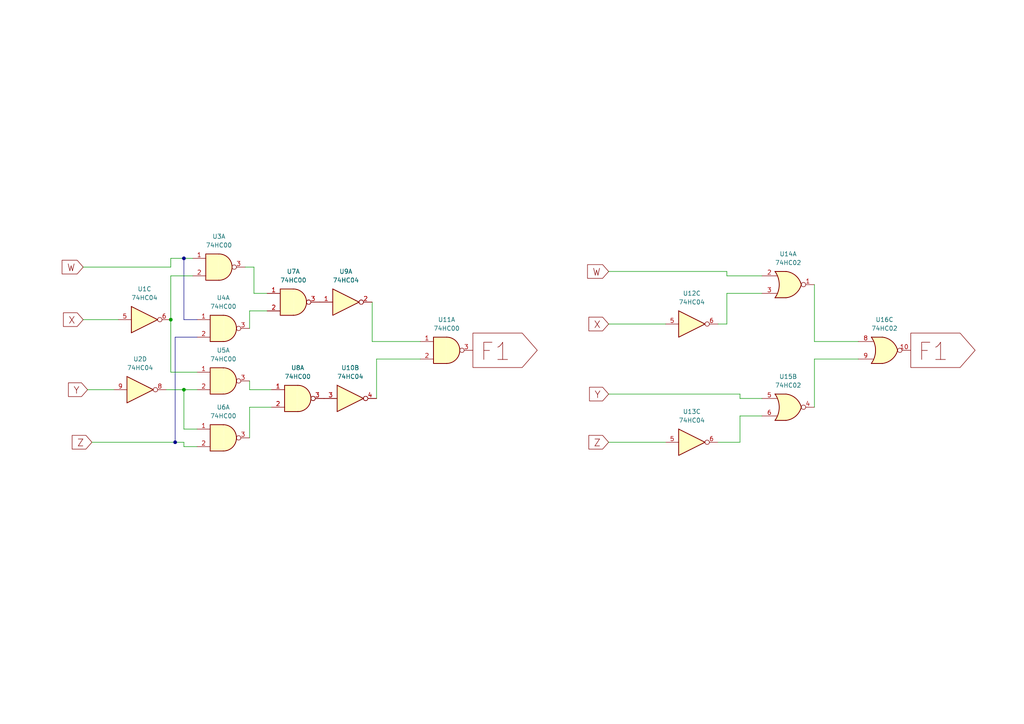
<source format=kicad_sch>
(kicad_sch (version 20211123) (generator eeschema)

  (uuid 177ccae7-09da-4be1-93fc-0d7e2fb3f386)

  (paper "A4")

  (lib_symbols
    (symbol "74xx:74HC00" (pin_names (offset 1.016)) (in_bom yes) (on_board yes)
      (property "Reference" "U" (id 0) (at 0 1.27 0)
        (effects (font (size 1.27 1.27)))
      )
      (property "Value" "74HC00" (id 1) (at 0 -1.27 0)
        (effects (font (size 1.27 1.27)))
      )
      (property "Footprint" "" (id 2) (at 0 0 0)
        (effects (font (size 1.27 1.27)) hide)
      )
      (property "Datasheet" "http://www.ti.com/lit/gpn/sn74hc00" (id 3) (at 0 0 0)
        (effects (font (size 1.27 1.27)) hide)
      )
      (property "ki_locked" "" (id 4) (at 0 0 0)
        (effects (font (size 1.27 1.27)))
      )
      (property "ki_keywords" "HCMOS nand 2-input" (id 5) (at 0 0 0)
        (effects (font (size 1.27 1.27)) hide)
      )
      (property "ki_description" "quad 2-input NAND gate" (id 6) (at 0 0 0)
        (effects (font (size 1.27 1.27)) hide)
      )
      (property "ki_fp_filters" "DIP*W7.62mm* SO14*" (id 7) (at 0 0 0)
        (effects (font (size 1.27 1.27)) hide)
      )
      (symbol "74HC00_1_1"
        (arc (start 0 -3.81) (mid 3.81 0) (end 0 3.81)
          (stroke (width 0.254) (type default) (color 0 0 0 0))
          (fill (type background))
        )
        (polyline
          (pts
            (xy 0 3.81)
            (xy -3.81 3.81)
            (xy -3.81 -3.81)
            (xy 0 -3.81)
          )
          (stroke (width 0.254) (type default) (color 0 0 0 0))
          (fill (type background))
        )
        (pin input line (at -7.62 2.54 0) (length 3.81)
          (name "~" (effects (font (size 1.27 1.27))))
          (number "1" (effects (font (size 1.27 1.27))))
        )
        (pin input line (at -7.62 -2.54 0) (length 3.81)
          (name "~" (effects (font (size 1.27 1.27))))
          (number "2" (effects (font (size 1.27 1.27))))
        )
        (pin output inverted (at 7.62 0 180) (length 3.81)
          (name "~" (effects (font (size 1.27 1.27))))
          (number "3" (effects (font (size 1.27 1.27))))
        )
      )
      (symbol "74HC00_1_2"
        (arc (start -3.81 -3.81) (mid -2.589 0) (end -3.81 3.81)
          (stroke (width 0.254) (type default) (color 0 0 0 0))
          (fill (type none))
        )
        (arc (start -0.6096 -3.81) (mid 2.1842 -2.5851) (end 3.81 0)
          (stroke (width 0.254) (type default) (color 0 0 0 0))
          (fill (type background))
        )
        (polyline
          (pts
            (xy -3.81 -3.81)
            (xy -0.635 -3.81)
          )
          (stroke (width 0.254) (type default) (color 0 0 0 0))
          (fill (type background))
        )
        (polyline
          (pts
            (xy -3.81 3.81)
            (xy -0.635 3.81)
          )
          (stroke (width 0.254) (type default) (color 0 0 0 0))
          (fill (type background))
        )
        (polyline
          (pts
            (xy -0.635 3.81)
            (xy -3.81 3.81)
            (xy -3.81 3.81)
            (xy -3.556 3.4036)
            (xy -3.0226 2.2606)
            (xy -2.6924 1.0414)
            (xy -2.6162 -0.254)
            (xy -2.7686 -1.4986)
            (xy -3.175 -2.7178)
            (xy -3.81 -3.81)
            (xy -3.81 -3.81)
            (xy -0.635 -3.81)
          )
          (stroke (width -25.4) (type default) (color 0 0 0 0))
          (fill (type background))
        )
        (arc (start 3.81 0) (mid 2.1915 2.5936) (end -0.6096 3.81)
          (stroke (width 0.254) (type default) (color 0 0 0 0))
          (fill (type background))
        )
        (pin input inverted (at -7.62 2.54 0) (length 4.318)
          (name "~" (effects (font (size 1.27 1.27))))
          (number "1" (effects (font (size 1.27 1.27))))
        )
        (pin input inverted (at -7.62 -2.54 0) (length 4.318)
          (name "~" (effects (font (size 1.27 1.27))))
          (number "2" (effects (font (size 1.27 1.27))))
        )
        (pin output line (at 7.62 0 180) (length 3.81)
          (name "~" (effects (font (size 1.27 1.27))))
          (number "3" (effects (font (size 1.27 1.27))))
        )
      )
      (symbol "74HC00_2_1"
        (arc (start 0 -3.81) (mid 3.81 0) (end 0 3.81)
          (stroke (width 0.254) (type default) (color 0 0 0 0))
          (fill (type background))
        )
        (polyline
          (pts
            (xy 0 3.81)
            (xy -3.81 3.81)
            (xy -3.81 -3.81)
            (xy 0 -3.81)
          )
          (stroke (width 0.254) (type default) (color 0 0 0 0))
          (fill (type background))
        )
        (pin input line (at -7.62 2.54 0) (length 3.81)
          (name "~" (effects (font (size 1.27 1.27))))
          (number "4" (effects (font (size 1.27 1.27))))
        )
        (pin input line (at -7.62 -2.54 0) (length 3.81)
          (name "~" (effects (font (size 1.27 1.27))))
          (number "5" (effects (font (size 1.27 1.27))))
        )
        (pin output inverted (at 7.62 0 180) (length 3.81)
          (name "~" (effects (font (size 1.27 1.27))))
          (number "6" (effects (font (size 1.27 1.27))))
        )
      )
      (symbol "74HC00_2_2"
        (arc (start -3.81 -3.81) (mid -2.589 0) (end -3.81 3.81)
          (stroke (width 0.254) (type default) (color 0 0 0 0))
          (fill (type none))
        )
        (arc (start -0.6096 -3.81) (mid 2.1842 -2.5851) (end 3.81 0)
          (stroke (width 0.254) (type default) (color 0 0 0 0))
          (fill (type background))
        )
        (polyline
          (pts
            (xy -3.81 -3.81)
            (xy -0.635 -3.81)
          )
          (stroke (width 0.254) (type default) (color 0 0 0 0))
          (fill (type background))
        )
        (polyline
          (pts
            (xy -3.81 3.81)
            (xy -0.635 3.81)
          )
          (stroke (width 0.254) (type default) (color 0 0 0 0))
          (fill (type background))
        )
        (polyline
          (pts
            (xy -0.635 3.81)
            (xy -3.81 3.81)
            (xy -3.81 3.81)
            (xy -3.556 3.4036)
            (xy -3.0226 2.2606)
            (xy -2.6924 1.0414)
            (xy -2.6162 -0.254)
            (xy -2.7686 -1.4986)
            (xy -3.175 -2.7178)
            (xy -3.81 -3.81)
            (xy -3.81 -3.81)
            (xy -0.635 -3.81)
          )
          (stroke (width -25.4) (type default) (color 0 0 0 0))
          (fill (type background))
        )
        (arc (start 3.81 0) (mid 2.1915 2.5936) (end -0.6096 3.81)
          (stroke (width 0.254) (type default) (color 0 0 0 0))
          (fill (type background))
        )
        (pin input inverted (at -7.62 2.54 0) (length 4.318)
          (name "~" (effects (font (size 1.27 1.27))))
          (number "4" (effects (font (size 1.27 1.27))))
        )
        (pin input inverted (at -7.62 -2.54 0) (length 4.318)
          (name "~" (effects (font (size 1.27 1.27))))
          (number "5" (effects (font (size 1.27 1.27))))
        )
        (pin output line (at 7.62 0 180) (length 3.81)
          (name "~" (effects (font (size 1.27 1.27))))
          (number "6" (effects (font (size 1.27 1.27))))
        )
      )
      (symbol "74HC00_3_1"
        (arc (start 0 -3.81) (mid 3.81 0) (end 0 3.81)
          (stroke (width 0.254) (type default) (color 0 0 0 0))
          (fill (type background))
        )
        (polyline
          (pts
            (xy 0 3.81)
            (xy -3.81 3.81)
            (xy -3.81 -3.81)
            (xy 0 -3.81)
          )
          (stroke (width 0.254) (type default) (color 0 0 0 0))
          (fill (type background))
        )
        (pin input line (at -7.62 -2.54 0) (length 3.81)
          (name "~" (effects (font (size 1.27 1.27))))
          (number "10" (effects (font (size 1.27 1.27))))
        )
        (pin output inverted (at 7.62 0 180) (length 3.81)
          (name "~" (effects (font (size 1.27 1.27))))
          (number "8" (effects (font (size 1.27 1.27))))
        )
        (pin input line (at -7.62 2.54 0) (length 3.81)
          (name "~" (effects (font (size 1.27 1.27))))
          (number "9" (effects (font (size 1.27 1.27))))
        )
      )
      (symbol "74HC00_3_2"
        (arc (start -3.81 -3.81) (mid -2.589 0) (end -3.81 3.81)
          (stroke (width 0.254) (type default) (color 0 0 0 0))
          (fill (type none))
        )
        (arc (start -0.6096 -3.81) (mid 2.1842 -2.5851) (end 3.81 0)
          (stroke (width 0.254) (type default) (color 0 0 0 0))
          (fill (type background))
        )
        (polyline
          (pts
            (xy -3.81 -3.81)
            (xy -0.635 -3.81)
          )
          (stroke (width 0.254) (type default) (color 0 0 0 0))
          (fill (type background))
        )
        (polyline
          (pts
            (xy -3.81 3.81)
            (xy -0.635 3.81)
          )
          (stroke (width 0.254) (type default) (color 0 0 0 0))
          (fill (type background))
        )
        (polyline
          (pts
            (xy -0.635 3.81)
            (xy -3.81 3.81)
            (xy -3.81 3.81)
            (xy -3.556 3.4036)
            (xy -3.0226 2.2606)
            (xy -2.6924 1.0414)
            (xy -2.6162 -0.254)
            (xy -2.7686 -1.4986)
            (xy -3.175 -2.7178)
            (xy -3.81 -3.81)
            (xy -3.81 -3.81)
            (xy -0.635 -3.81)
          )
          (stroke (width -25.4) (type default) (color 0 0 0 0))
          (fill (type background))
        )
        (arc (start 3.81 0) (mid 2.1915 2.5936) (end -0.6096 3.81)
          (stroke (width 0.254) (type default) (color 0 0 0 0))
          (fill (type background))
        )
        (pin input inverted (at -7.62 -2.54 0) (length 4.318)
          (name "~" (effects (font (size 1.27 1.27))))
          (number "10" (effects (font (size 1.27 1.27))))
        )
        (pin output line (at 7.62 0 180) (length 3.81)
          (name "~" (effects (font (size 1.27 1.27))))
          (number "8" (effects (font (size 1.27 1.27))))
        )
        (pin input inverted (at -7.62 2.54 0) (length 4.318)
          (name "~" (effects (font (size 1.27 1.27))))
          (number "9" (effects (font (size 1.27 1.27))))
        )
      )
      (symbol "74HC00_4_1"
        (arc (start 0 -3.81) (mid 3.81 0) (end 0 3.81)
          (stroke (width 0.254) (type default) (color 0 0 0 0))
          (fill (type background))
        )
        (polyline
          (pts
            (xy 0 3.81)
            (xy -3.81 3.81)
            (xy -3.81 -3.81)
            (xy 0 -3.81)
          )
          (stroke (width 0.254) (type default) (color 0 0 0 0))
          (fill (type background))
        )
        (pin output inverted (at 7.62 0 180) (length 3.81)
          (name "~" (effects (font (size 1.27 1.27))))
          (number "11" (effects (font (size 1.27 1.27))))
        )
        (pin input line (at -7.62 2.54 0) (length 3.81)
          (name "~" (effects (font (size 1.27 1.27))))
          (number "12" (effects (font (size 1.27 1.27))))
        )
        (pin input line (at -7.62 -2.54 0) (length 3.81)
          (name "~" (effects (font (size 1.27 1.27))))
          (number "13" (effects (font (size 1.27 1.27))))
        )
      )
      (symbol "74HC00_4_2"
        (arc (start -3.81 -3.81) (mid -2.589 0) (end -3.81 3.81)
          (stroke (width 0.254) (type default) (color 0 0 0 0))
          (fill (type none))
        )
        (arc (start -0.6096 -3.81) (mid 2.1842 -2.5851) (end 3.81 0)
          (stroke (width 0.254) (type default) (color 0 0 0 0))
          (fill (type background))
        )
        (polyline
          (pts
            (xy -3.81 -3.81)
            (xy -0.635 -3.81)
          )
          (stroke (width 0.254) (type default) (color 0 0 0 0))
          (fill (type background))
        )
        (polyline
          (pts
            (xy -3.81 3.81)
            (xy -0.635 3.81)
          )
          (stroke (width 0.254) (type default) (color 0 0 0 0))
          (fill (type background))
        )
        (polyline
          (pts
            (xy -0.635 3.81)
            (xy -3.81 3.81)
            (xy -3.81 3.81)
            (xy -3.556 3.4036)
            (xy -3.0226 2.2606)
            (xy -2.6924 1.0414)
            (xy -2.6162 -0.254)
            (xy -2.7686 -1.4986)
            (xy -3.175 -2.7178)
            (xy -3.81 -3.81)
            (xy -3.81 -3.81)
            (xy -0.635 -3.81)
          )
          (stroke (width -25.4) (type default) (color 0 0 0 0))
          (fill (type background))
        )
        (arc (start 3.81 0) (mid 2.1915 2.5936) (end -0.6096 3.81)
          (stroke (width 0.254) (type default) (color 0 0 0 0))
          (fill (type background))
        )
        (pin output line (at 7.62 0 180) (length 3.81)
          (name "~" (effects (font (size 1.27 1.27))))
          (number "11" (effects (font (size 1.27 1.27))))
        )
        (pin input inverted (at -7.62 2.54 0) (length 4.318)
          (name "~" (effects (font (size 1.27 1.27))))
          (number "12" (effects (font (size 1.27 1.27))))
        )
        (pin input inverted (at -7.62 -2.54 0) (length 4.318)
          (name "~" (effects (font (size 1.27 1.27))))
          (number "13" (effects (font (size 1.27 1.27))))
        )
      )
      (symbol "74HC00_5_0"
        (pin power_in line (at 0 12.7 270) (length 5.08)
          (name "VCC" (effects (font (size 1.27 1.27))))
          (number "14" (effects (font (size 1.27 1.27))))
        )
        (pin power_in line (at 0 -12.7 90) (length 5.08)
          (name "GND" (effects (font (size 1.27 1.27))))
          (number "7" (effects (font (size 1.27 1.27))))
        )
      )
      (symbol "74HC00_5_1"
        (rectangle (start -5.08 7.62) (end 5.08 -7.62)
          (stroke (width 0.254) (type default) (color 0 0 0 0))
          (fill (type background))
        )
      )
    )
    (symbol "74xx:74HC02" (pin_names (offset 1.016)) (in_bom yes) (on_board yes)
      (property "Reference" "U" (id 0) (at 0 1.27 0)
        (effects (font (size 1.27 1.27)))
      )
      (property "Value" "74HC02" (id 1) (at 0 -1.27 0)
        (effects (font (size 1.27 1.27)))
      )
      (property "Footprint" "" (id 2) (at 0 0 0)
        (effects (font (size 1.27 1.27)) hide)
      )
      (property "Datasheet" "http://www.ti.com/lit/gpn/sn74hc02" (id 3) (at 0 0 0)
        (effects (font (size 1.27 1.27)) hide)
      )
      (property "ki_locked" "" (id 4) (at 0 0 0)
        (effects (font (size 1.27 1.27)))
      )
      (property "ki_keywords" "HCMOS Nor2" (id 5) (at 0 0 0)
        (effects (font (size 1.27 1.27)) hide)
      )
      (property "ki_description" "quad 2-input NOR gate" (id 6) (at 0 0 0)
        (effects (font (size 1.27 1.27)) hide)
      )
      (property "ki_fp_filters" "SO14* DIP*W7.62mm*" (id 7) (at 0 0 0)
        (effects (font (size 1.27 1.27)) hide)
      )
      (symbol "74HC02_1_1"
        (arc (start -3.81 -3.81) (mid -2.589 0) (end -3.81 3.81)
          (stroke (width 0.254) (type default) (color 0 0 0 0))
          (fill (type none))
        )
        (arc (start -0.6096 -3.81) (mid 2.1842 -2.5851) (end 3.81 0)
          (stroke (width 0.254) (type default) (color 0 0 0 0))
          (fill (type background))
        )
        (polyline
          (pts
            (xy -3.81 -3.81)
            (xy -0.635 -3.81)
          )
          (stroke (width 0.254) (type default) (color 0 0 0 0))
          (fill (type background))
        )
        (polyline
          (pts
            (xy -3.81 3.81)
            (xy -0.635 3.81)
          )
          (stroke (width 0.254) (type default) (color 0 0 0 0))
          (fill (type background))
        )
        (polyline
          (pts
            (xy -0.635 3.81)
            (xy -3.81 3.81)
            (xy -3.81 3.81)
            (xy -3.556 3.4036)
            (xy -3.0226 2.2606)
            (xy -2.6924 1.0414)
            (xy -2.6162 -0.254)
            (xy -2.7686 -1.4986)
            (xy -3.175 -2.7178)
            (xy -3.81 -3.81)
            (xy -3.81 -3.81)
            (xy -0.635 -3.81)
          )
          (stroke (width -25.4) (type default) (color 0 0 0 0))
          (fill (type background))
        )
        (arc (start 3.81 0) (mid 2.1915 2.5936) (end -0.6096 3.81)
          (stroke (width 0.254) (type default) (color 0 0 0 0))
          (fill (type background))
        )
        (pin output inverted (at 7.62 0 180) (length 3.81)
          (name "~" (effects (font (size 1.27 1.27))))
          (number "1" (effects (font (size 1.27 1.27))))
        )
        (pin input line (at -7.62 2.54 0) (length 4.318)
          (name "~" (effects (font (size 1.27 1.27))))
          (number "2" (effects (font (size 1.27 1.27))))
        )
        (pin input line (at -7.62 -2.54 0) (length 4.318)
          (name "~" (effects (font (size 1.27 1.27))))
          (number "3" (effects (font (size 1.27 1.27))))
        )
      )
      (symbol "74HC02_1_2"
        (arc (start 0 -3.81) (mid 3.81 0) (end 0 3.81)
          (stroke (width 0.254) (type default) (color 0 0 0 0))
          (fill (type background))
        )
        (polyline
          (pts
            (xy 0 3.81)
            (xy -3.81 3.81)
            (xy -3.81 -3.81)
            (xy 0 -3.81)
          )
          (stroke (width 0.254) (type default) (color 0 0 0 0))
          (fill (type background))
        )
        (pin output line (at 7.62 0 180) (length 3.81)
          (name "~" (effects (font (size 1.27 1.27))))
          (number "1" (effects (font (size 1.27 1.27))))
        )
        (pin input inverted (at -7.62 2.54 0) (length 3.81)
          (name "~" (effects (font (size 1.27 1.27))))
          (number "2" (effects (font (size 1.27 1.27))))
        )
        (pin input inverted (at -7.62 -2.54 0) (length 3.81)
          (name "~" (effects (font (size 1.27 1.27))))
          (number "3" (effects (font (size 1.27 1.27))))
        )
      )
      (symbol "74HC02_2_1"
        (arc (start -3.81 -3.81) (mid -2.589 0) (end -3.81 3.81)
          (stroke (width 0.254) (type default) (color 0 0 0 0))
          (fill (type none))
        )
        (arc (start -0.6096 -3.81) (mid 2.1842 -2.5851) (end 3.81 0)
          (stroke (width 0.254) (type default) (color 0 0 0 0))
          (fill (type background))
        )
        (polyline
          (pts
            (xy -3.81 -3.81)
            (xy -0.635 -3.81)
          )
          (stroke (width 0.254) (type default) (color 0 0 0 0))
          (fill (type background))
        )
        (polyline
          (pts
            (xy -3.81 3.81)
            (xy -0.635 3.81)
          )
          (stroke (width 0.254) (type default) (color 0 0 0 0))
          (fill (type background))
        )
        (polyline
          (pts
            (xy -0.635 3.81)
            (xy -3.81 3.81)
            (xy -3.81 3.81)
            (xy -3.556 3.4036)
            (xy -3.0226 2.2606)
            (xy -2.6924 1.0414)
            (xy -2.6162 -0.254)
            (xy -2.7686 -1.4986)
            (xy -3.175 -2.7178)
            (xy -3.81 -3.81)
            (xy -3.81 -3.81)
            (xy -0.635 -3.81)
          )
          (stroke (width -25.4) (type default) (color 0 0 0 0))
          (fill (type background))
        )
        (arc (start 3.81 0) (mid 2.1915 2.5936) (end -0.6096 3.81)
          (stroke (width 0.254) (type default) (color 0 0 0 0))
          (fill (type background))
        )
        (pin output inverted (at 7.62 0 180) (length 3.81)
          (name "~" (effects (font (size 1.27 1.27))))
          (number "4" (effects (font (size 1.27 1.27))))
        )
        (pin input line (at -7.62 2.54 0) (length 4.318)
          (name "~" (effects (font (size 1.27 1.27))))
          (number "5" (effects (font (size 1.27 1.27))))
        )
        (pin input line (at -7.62 -2.54 0) (length 4.318)
          (name "~" (effects (font (size 1.27 1.27))))
          (number "6" (effects (font (size 1.27 1.27))))
        )
      )
      (symbol "74HC02_2_2"
        (arc (start 0 -3.81) (mid 3.81 0) (end 0 3.81)
          (stroke (width 0.254) (type default) (color 0 0 0 0))
          (fill (type background))
        )
        (polyline
          (pts
            (xy 0 3.81)
            (xy -3.81 3.81)
            (xy -3.81 -3.81)
            (xy 0 -3.81)
          )
          (stroke (width 0.254) (type default) (color 0 0 0 0))
          (fill (type background))
        )
        (pin output line (at 7.62 0 180) (length 3.81)
          (name "~" (effects (font (size 1.27 1.27))))
          (number "4" (effects (font (size 1.27 1.27))))
        )
        (pin input inverted (at -7.62 2.54 0) (length 3.81)
          (name "~" (effects (font (size 1.27 1.27))))
          (number "5" (effects (font (size 1.27 1.27))))
        )
        (pin input inverted (at -7.62 -2.54 0) (length 3.81)
          (name "~" (effects (font (size 1.27 1.27))))
          (number "6" (effects (font (size 1.27 1.27))))
        )
      )
      (symbol "74HC02_3_1"
        (arc (start -3.81 -3.81) (mid -2.589 0) (end -3.81 3.81)
          (stroke (width 0.254) (type default) (color 0 0 0 0))
          (fill (type none))
        )
        (arc (start -0.6096 -3.81) (mid 2.1842 -2.5851) (end 3.81 0)
          (stroke (width 0.254) (type default) (color 0 0 0 0))
          (fill (type background))
        )
        (polyline
          (pts
            (xy -3.81 -3.81)
            (xy -0.635 -3.81)
          )
          (stroke (width 0.254) (type default) (color 0 0 0 0))
          (fill (type background))
        )
        (polyline
          (pts
            (xy -3.81 3.81)
            (xy -0.635 3.81)
          )
          (stroke (width 0.254) (type default) (color 0 0 0 0))
          (fill (type background))
        )
        (polyline
          (pts
            (xy -0.635 3.81)
            (xy -3.81 3.81)
            (xy -3.81 3.81)
            (xy -3.556 3.4036)
            (xy -3.0226 2.2606)
            (xy -2.6924 1.0414)
            (xy -2.6162 -0.254)
            (xy -2.7686 -1.4986)
            (xy -3.175 -2.7178)
            (xy -3.81 -3.81)
            (xy -3.81 -3.81)
            (xy -0.635 -3.81)
          )
          (stroke (width -25.4) (type default) (color 0 0 0 0))
          (fill (type background))
        )
        (arc (start 3.81 0) (mid 2.1915 2.5936) (end -0.6096 3.81)
          (stroke (width 0.254) (type default) (color 0 0 0 0))
          (fill (type background))
        )
        (pin output inverted (at 7.62 0 180) (length 3.81)
          (name "~" (effects (font (size 1.27 1.27))))
          (number "10" (effects (font (size 1.27 1.27))))
        )
        (pin input line (at -7.62 2.54 0) (length 4.318)
          (name "~" (effects (font (size 1.27 1.27))))
          (number "8" (effects (font (size 1.27 1.27))))
        )
        (pin input line (at -7.62 -2.54 0) (length 4.318)
          (name "~" (effects (font (size 1.27 1.27))))
          (number "9" (effects (font (size 1.27 1.27))))
        )
      )
      (symbol "74HC02_3_2"
        (arc (start 0 -3.81) (mid 3.81 0) (end 0 3.81)
          (stroke (width 0.254) (type default) (color 0 0 0 0))
          (fill (type background))
        )
        (polyline
          (pts
            (xy 0 3.81)
            (xy -3.81 3.81)
            (xy -3.81 -3.81)
            (xy 0 -3.81)
          )
          (stroke (width 0.254) (type default) (color 0 0 0 0))
          (fill (type background))
        )
        (pin output line (at 7.62 0 180) (length 3.81)
          (name "~" (effects (font (size 1.27 1.27))))
          (number "10" (effects (font (size 1.27 1.27))))
        )
        (pin input inverted (at -7.62 2.54 0) (length 3.81)
          (name "~" (effects (font (size 1.27 1.27))))
          (number "8" (effects (font (size 1.27 1.27))))
        )
        (pin input inverted (at -7.62 -2.54 0) (length 3.81)
          (name "~" (effects (font (size 1.27 1.27))))
          (number "9" (effects (font (size 1.27 1.27))))
        )
      )
      (symbol "74HC02_4_1"
        (arc (start -3.81 -3.81) (mid -2.589 0) (end -3.81 3.81)
          (stroke (width 0.254) (type default) (color 0 0 0 0))
          (fill (type none))
        )
        (arc (start -0.6096 -3.81) (mid 2.1842 -2.5851) (end 3.81 0)
          (stroke (width 0.254) (type default) (color 0 0 0 0))
          (fill (type background))
        )
        (polyline
          (pts
            (xy -3.81 -3.81)
            (xy -0.635 -3.81)
          )
          (stroke (width 0.254) (type default) (color 0 0 0 0))
          (fill (type background))
        )
        (polyline
          (pts
            (xy -3.81 3.81)
            (xy -0.635 3.81)
          )
          (stroke (width 0.254) (type default) (color 0 0 0 0))
          (fill (type background))
        )
        (polyline
          (pts
            (xy -0.635 3.81)
            (xy -3.81 3.81)
            (xy -3.81 3.81)
            (xy -3.556 3.4036)
            (xy -3.0226 2.2606)
            (xy -2.6924 1.0414)
            (xy -2.6162 -0.254)
            (xy -2.7686 -1.4986)
            (xy -3.175 -2.7178)
            (xy -3.81 -3.81)
            (xy -3.81 -3.81)
            (xy -0.635 -3.81)
          )
          (stroke (width -25.4) (type default) (color 0 0 0 0))
          (fill (type background))
        )
        (arc (start 3.81 0) (mid 2.1915 2.5936) (end -0.6096 3.81)
          (stroke (width 0.254) (type default) (color 0 0 0 0))
          (fill (type background))
        )
        (pin input line (at -7.62 2.54 0) (length 4.318)
          (name "~" (effects (font (size 1.27 1.27))))
          (number "11" (effects (font (size 1.27 1.27))))
        )
        (pin input line (at -7.62 -2.54 0) (length 4.318)
          (name "~" (effects (font (size 1.27 1.27))))
          (number "12" (effects (font (size 1.27 1.27))))
        )
        (pin output inverted (at 7.62 0 180) (length 3.81)
          (name "~" (effects (font (size 1.27 1.27))))
          (number "13" (effects (font (size 1.27 1.27))))
        )
      )
      (symbol "74HC02_4_2"
        (arc (start 0 -3.81) (mid 3.81 0) (end 0 3.81)
          (stroke (width 0.254) (type default) (color 0 0 0 0))
          (fill (type background))
        )
        (polyline
          (pts
            (xy 0 3.81)
            (xy -3.81 3.81)
            (xy -3.81 -3.81)
            (xy 0 -3.81)
          )
          (stroke (width 0.254) (type default) (color 0 0 0 0))
          (fill (type background))
        )
        (pin input inverted (at -7.62 2.54 0) (length 3.81)
          (name "~" (effects (font (size 1.27 1.27))))
          (number "11" (effects (font (size 1.27 1.27))))
        )
        (pin input inverted (at -7.62 -2.54 0) (length 3.81)
          (name "~" (effects (font (size 1.27 1.27))))
          (number "12" (effects (font (size 1.27 1.27))))
        )
        (pin output line (at 7.62 0 180) (length 3.81)
          (name "~" (effects (font (size 1.27 1.27))))
          (number "13" (effects (font (size 1.27 1.27))))
        )
      )
      (symbol "74HC02_5_0"
        (pin power_in line (at 0 12.7 270) (length 5.08)
          (name "VCC" (effects (font (size 1.27 1.27))))
          (number "14" (effects (font (size 1.27 1.27))))
        )
        (pin power_in line (at 0 -12.7 90) (length 5.08)
          (name "GND" (effects (font (size 1.27 1.27))))
          (number "7" (effects (font (size 1.27 1.27))))
        )
      )
      (symbol "74HC02_5_1"
        (rectangle (start -5.08 7.62) (end 5.08 -7.62)
          (stroke (width 0.254) (type default) (color 0 0 0 0))
          (fill (type background))
        )
      )
    )
    (symbol "74xx:74HC04" (in_bom yes) (on_board yes)
      (property "Reference" "U" (id 0) (at 0 1.27 0)
        (effects (font (size 1.27 1.27)))
      )
      (property "Value" "74HC04" (id 1) (at 0 -1.27 0)
        (effects (font (size 1.27 1.27)))
      )
      (property "Footprint" "" (id 2) (at 0 0 0)
        (effects (font (size 1.27 1.27)) hide)
      )
      (property "Datasheet" "https://assets.nexperia.com/documents/data-sheet/74HC_HCT04.pdf" (id 3) (at 0 0 0)
        (effects (font (size 1.27 1.27)) hide)
      )
      (property "ki_locked" "" (id 4) (at 0 0 0)
        (effects (font (size 1.27 1.27)))
      )
      (property "ki_keywords" "HCMOS not inv" (id 5) (at 0 0 0)
        (effects (font (size 1.27 1.27)) hide)
      )
      (property "ki_description" "Hex Inverter" (id 6) (at 0 0 0)
        (effects (font (size 1.27 1.27)) hide)
      )
      (property "ki_fp_filters" "DIP*W7.62mm* SSOP?14* TSSOP?14*" (id 7) (at 0 0 0)
        (effects (font (size 1.27 1.27)) hide)
      )
      (symbol "74HC04_1_0"
        (polyline
          (pts
            (xy -3.81 3.81)
            (xy -3.81 -3.81)
            (xy 3.81 0)
            (xy -3.81 3.81)
          )
          (stroke (width 0.254) (type default) (color 0 0 0 0))
          (fill (type background))
        )
        (pin input line (at -7.62 0 0) (length 3.81)
          (name "~" (effects (font (size 1.27 1.27))))
          (number "1" (effects (font (size 1.27 1.27))))
        )
        (pin output inverted (at 7.62 0 180) (length 3.81)
          (name "~" (effects (font (size 1.27 1.27))))
          (number "2" (effects (font (size 1.27 1.27))))
        )
      )
      (symbol "74HC04_2_0"
        (polyline
          (pts
            (xy -3.81 3.81)
            (xy -3.81 -3.81)
            (xy 3.81 0)
            (xy -3.81 3.81)
          )
          (stroke (width 0.254) (type default) (color 0 0 0 0))
          (fill (type background))
        )
        (pin input line (at -7.62 0 0) (length 3.81)
          (name "~" (effects (font (size 1.27 1.27))))
          (number "3" (effects (font (size 1.27 1.27))))
        )
        (pin output inverted (at 7.62 0 180) (length 3.81)
          (name "~" (effects (font (size 1.27 1.27))))
          (number "4" (effects (font (size 1.27 1.27))))
        )
      )
      (symbol "74HC04_3_0"
        (polyline
          (pts
            (xy -3.81 3.81)
            (xy -3.81 -3.81)
            (xy 3.81 0)
            (xy -3.81 3.81)
          )
          (stroke (width 0.254) (type default) (color 0 0 0 0))
          (fill (type background))
        )
        (pin input line (at -7.62 0 0) (length 3.81)
          (name "~" (effects (font (size 1.27 1.27))))
          (number "5" (effects (font (size 1.27 1.27))))
        )
        (pin output inverted (at 7.62 0 180) (length 3.81)
          (name "~" (effects (font (size 1.27 1.27))))
          (number "6" (effects (font (size 1.27 1.27))))
        )
      )
      (symbol "74HC04_4_0"
        (polyline
          (pts
            (xy -3.81 3.81)
            (xy -3.81 -3.81)
            (xy 3.81 0)
            (xy -3.81 3.81)
          )
          (stroke (width 0.254) (type default) (color 0 0 0 0))
          (fill (type background))
        )
        (pin output inverted (at 7.62 0 180) (length 3.81)
          (name "~" (effects (font (size 1.27 1.27))))
          (number "8" (effects (font (size 1.27 1.27))))
        )
        (pin input line (at -7.62 0 0) (length 3.81)
          (name "~" (effects (font (size 1.27 1.27))))
          (number "9" (effects (font (size 1.27 1.27))))
        )
      )
      (symbol "74HC04_5_0"
        (polyline
          (pts
            (xy -3.81 3.81)
            (xy -3.81 -3.81)
            (xy 3.81 0)
            (xy -3.81 3.81)
          )
          (stroke (width 0.254) (type default) (color 0 0 0 0))
          (fill (type background))
        )
        (pin output inverted (at 7.62 0 180) (length 3.81)
          (name "~" (effects (font (size 1.27 1.27))))
          (number "10" (effects (font (size 1.27 1.27))))
        )
        (pin input line (at -7.62 0 0) (length 3.81)
          (name "~" (effects (font (size 1.27 1.27))))
          (number "11" (effects (font (size 1.27 1.27))))
        )
      )
      (symbol "74HC04_6_0"
        (polyline
          (pts
            (xy -3.81 3.81)
            (xy -3.81 -3.81)
            (xy 3.81 0)
            (xy -3.81 3.81)
          )
          (stroke (width 0.254) (type default) (color 0 0 0 0))
          (fill (type background))
        )
        (pin output inverted (at 7.62 0 180) (length 3.81)
          (name "~" (effects (font (size 1.27 1.27))))
          (number "12" (effects (font (size 1.27 1.27))))
        )
        (pin input line (at -7.62 0 0) (length 3.81)
          (name "~" (effects (font (size 1.27 1.27))))
          (number "13" (effects (font (size 1.27 1.27))))
        )
      )
      (symbol "74HC04_7_0"
        (pin power_in line (at 0 12.7 270) (length 5.08)
          (name "VCC" (effects (font (size 1.27 1.27))))
          (number "14" (effects (font (size 1.27 1.27))))
        )
        (pin power_in line (at 0 -12.7 90) (length 5.08)
          (name "GND" (effects (font (size 1.27 1.27))))
          (number "7" (effects (font (size 1.27 1.27))))
        )
      )
      (symbol "74HC04_7_1"
        (rectangle (start -5.08 7.62) (end 5.08 -7.62)
          (stroke (width 0.254) (type default) (color 0 0 0 0))
          (fill (type background))
        )
      )
    )
  )

  (junction (at 50.8 128.27) (diameter 0) (color 0 0 132 1)
    (uuid 21237859-0125-4522-9182-fa02a72379fe)
  )
  (junction (at 53.34 113.03) (diameter 0) (color 0 0 0 0)
    (uuid 47ed434c-e791-4f65-a71b-5606285cb037)
  )
  (junction (at 53.34 74.93) (diameter 0) (color 0 0 132 1)
    (uuid 8f5d2cfb-4ded-449c-a7fe-7bd19795c652)
  )
  (junction (at 49.53 92.71) (diameter 0) (color 0 0 0 0)
    (uuid f08e8d4e-3b6d-49cc-a6e3-b583f1936a44)
  )

  (wire (pts (xy 73.66 77.47) (xy 73.66 85.09))
    (stroke (width 0) (type default) (color 0 0 0 0))
    (uuid 01e429d6-6594-4a4f-8f15-d133b8acbbc8)
  )
  (wire (pts (xy 214.63 114.3) (xy 214.63 115.57))
    (stroke (width 0) (type default) (color 0 0 0 0))
    (uuid 01f623d1-1574-4043-b76f-8afe400bc459)
  )
  (wire (pts (xy 26.67 128.27) (xy 50.8 128.27))
    (stroke (width 0) (type default) (color 0 0 0 0))
    (uuid 12739e60-38eb-4396-9e11-6cbd3bdd7d3f)
  )
  (wire (pts (xy 57.15 124.46) (xy 53.34 124.46))
    (stroke (width 0) (type default) (color 0 0 0 0))
    (uuid 1b806665-8325-48e9-a3b9-c39dabcd99aa)
  )
  (wire (pts (xy 49.53 74.93) (xy 53.34 74.93))
    (stroke (width 0) (type default) (color 0 0 0 0))
    (uuid 1c9fb79d-d01b-4575-b17c-a9846714c54e)
  )
  (wire (pts (xy 53.34 128.27) (xy 53.34 129.54))
    (stroke (width 0) (type default) (color 0 0 0 0))
    (uuid 1fa200e2-9209-43cb-8c4e-873889807b98)
  )
  (wire (pts (xy 78.74 118.11) (xy 72.39 118.11))
    (stroke (width 0) (type default) (color 0 0 0 0))
    (uuid 233eb643-6b82-4269-8d41-154fc313bc4d)
  )
  (wire (pts (xy 73.66 85.09) (xy 77.47 85.09))
    (stroke (width 0) (type default) (color 0 0 0 0))
    (uuid 2c34ef67-0f5a-4519-9775-b0df8f21a986)
  )
  (wire (pts (xy 49.53 92.71) (xy 49.53 80.01))
    (stroke (width 0) (type default) (color 0 0 0 0))
    (uuid 2d4e8a25-6c5c-459a-b418-da443b41fd94)
  )
  (wire (pts (xy 57.15 92.71) (xy 53.34 92.71))
    (stroke (width 0) (type default) (color 0 0 132 1))
    (uuid 2f5ea3f1-15a7-4ef3-8c3f-becb63b23b82)
  )
  (wire (pts (xy 50.8 128.27) (xy 53.34 128.27))
    (stroke (width 0) (type default) (color 0 0 0 0))
    (uuid 36964d54-12f6-42f6-865a-c7f87e3ed105)
  )
  (wire (pts (xy 220.98 85.09) (xy 210.82 85.09))
    (stroke (width 0) (type default) (color 0 0 0 0))
    (uuid 3afae8ee-70b3-4bc7-bf29-b84ab2f95c4e)
  )
  (wire (pts (xy 210.82 80.01) (xy 220.98 80.01))
    (stroke (width 0) (type default) (color 0 0 0 0))
    (uuid 3b1310d7-4b7a-41af-9a8b-ca0ffdf4765d)
  )
  (wire (pts (xy 236.22 118.11) (xy 236.22 104.14))
    (stroke (width 0) (type default) (color 0 0 0 0))
    (uuid 3c07c476-0803-4fa8-a86a-8c3bfb626968)
  )
  (wire (pts (xy 25.4 113.03) (xy 33.02 113.03))
    (stroke (width 0) (type default) (color 0 0 0 0))
    (uuid 4155e91b-ff38-4a9c-81bd-f785db892c45)
  )
  (wire (pts (xy 214.63 128.27) (xy 208.28 128.27))
    (stroke (width 0) (type default) (color 0 0 0 0))
    (uuid 42c824a2-3490-4ead-923c-db7fdefb6db2)
  )
  (wire (pts (xy 53.34 124.46) (xy 53.34 113.03))
    (stroke (width 0) (type default) (color 0 0 0 0))
    (uuid 4b705598-58ba-44dd-85e1-47fa2e92e3d9)
  )
  (wire (pts (xy 49.53 107.95) (xy 49.53 92.71))
    (stroke (width 0) (type default) (color 0 0 0 0))
    (uuid 4e9e6565-46f3-413e-8684-ec81ba770c92)
  )
  (wire (pts (xy 176.53 78.74) (xy 210.82 78.74))
    (stroke (width 0) (type default) (color 0 0 0 0))
    (uuid 54e83d74-7f8e-4e4e-b7da-85333033d210)
  )
  (wire (pts (xy 71.12 77.47) (xy 73.66 77.47))
    (stroke (width 0) (type default) (color 0 0 0 0))
    (uuid 5536b94a-5a36-4212-8e62-578a63c6aec0)
  )
  (wire (pts (xy 48.26 113.03) (xy 53.34 113.03))
    (stroke (width 0) (type default) (color 0 0 0 0))
    (uuid 56225047-f6e6-495c-a809-f1fcbf043a72)
  )
  (wire (pts (xy 193.04 128.27) (xy 176.53 128.27))
    (stroke (width 0) (type default) (color 0 0 0 0))
    (uuid 693478dd-1d67-4ecf-89e4-a39ae2224c8f)
  )
  (wire (pts (xy 121.92 99.06) (xy 107.95 99.06))
    (stroke (width 0) (type default) (color 0 0 0 0))
    (uuid 71ad5e99-7eed-4d77-91b8-55f94cf50df8)
  )
  (wire (pts (xy 236.22 104.14) (xy 248.92 104.14))
    (stroke (width 0) (type default) (color 0 0 0 0))
    (uuid 766ca6da-f393-4c38-9926-3e6f8d5ac805)
  )
  (wire (pts (xy 72.39 113.03) (xy 78.74 113.03))
    (stroke (width 0) (type default) (color 0 0 0 0))
    (uuid 82e64073-eedf-4009-afb7-d9b5a8156627)
  )
  (wire (pts (xy 24.13 92.71) (xy 34.29 92.71))
    (stroke (width 0) (type default) (color 0 0 0 0))
    (uuid 849fe038-ae2e-41a0-a1a8-ba5b95ade12b)
  )
  (wire (pts (xy 72.39 110.49) (xy 72.39 113.03))
    (stroke (width 0) (type default) (color 0 0 0 0))
    (uuid 8c7ee45d-f303-4a87-8a09-b1f3152cec2b)
  )
  (wire (pts (xy 109.22 115.57) (xy 109.22 104.14))
    (stroke (width 0) (type default) (color 0 0 0 0))
    (uuid 91edc5d7-7d54-4f69-836c-f835c9ecc02e)
  )
  (wire (pts (xy 53.34 129.54) (xy 57.15 129.54))
    (stroke (width 0) (type default) (color 0 0 0 0))
    (uuid 95617701-df02-4c87-95b3-09dd39c4a92a)
  )
  (wire (pts (xy 24.13 77.47) (xy 49.53 77.47))
    (stroke (width 0) (type default) (color 0 0 0 0))
    (uuid 9db29829-dd27-47ff-8314-36b072ba3dd2)
  )
  (wire (pts (xy 236.22 99.06) (xy 248.92 99.06))
    (stroke (width 0) (type default) (color 0 0 0 0))
    (uuid 9e5e5572-3f10-4e0c-8e46-0cc2246a2dbc)
  )
  (wire (pts (xy 57.15 97.79) (xy 50.8 97.79))
    (stroke (width 0) (type default) (color 0 0 132 1))
    (uuid a53b344d-eb02-4250-bfc5-ccae8e3e0c5d)
  )
  (wire (pts (xy 220.98 120.65) (xy 214.63 120.65))
    (stroke (width 0) (type default) (color 0 0 0 0))
    (uuid a54e8f29-345c-4d2e-8273-38946aa1d857)
  )
  (wire (pts (xy 49.53 77.47) (xy 49.53 74.93))
    (stroke (width 0) (type default) (color 0 0 0 0))
    (uuid a653d7cc-5e55-4cf9-ac01-de3edfc09f18)
  )
  (wire (pts (xy 107.95 99.06) (xy 107.95 87.63))
    (stroke (width 0) (type default) (color 0 0 0 0))
    (uuid b04d9f7f-1be8-46fd-9b71-8af8f93bcf2d)
  )
  (wire (pts (xy 72.39 118.11) (xy 72.39 127))
    (stroke (width 0) (type default) (color 0 0 0 0))
    (uuid b2c59698-f4cb-4377-a41e-a10f89fcdcb7)
  )
  (wire (pts (xy 50.8 97.79) (xy 50.8 128.27))
    (stroke (width 0) (type default) (color 0 0 132 1))
    (uuid b3728add-69b9-48dd-85d8-dafc84224430)
  )
  (wire (pts (xy 210.82 78.74) (xy 210.82 80.01))
    (stroke (width 0) (type default) (color 0 0 0 0))
    (uuid b991680f-8b67-41af-991a-fe8cedfb75f0)
  )
  (wire (pts (xy 72.39 90.17) (xy 77.47 90.17))
    (stroke (width 0) (type default) (color 0 0 0 0))
    (uuid c1df0af3-645a-40f0-9157-f78e32dc4b9e)
  )
  (wire (pts (xy 193.04 93.98) (xy 176.53 93.98))
    (stroke (width 0) (type default) (color 0 0 0 0))
    (uuid c250618f-2253-49fd-b606-08380ce49389)
  )
  (wire (pts (xy 53.34 92.71) (xy 53.34 74.93))
    (stroke (width 0) (type default) (color 0 0 132 1))
    (uuid c35b59a7-3566-4eda-b004-d3c44bc9ae19)
  )
  (wire (pts (xy 53.34 113.03) (xy 57.15 113.03))
    (stroke (width 0) (type default) (color 0 0 0 0))
    (uuid c7613b61-289f-4b11-bd53-fa35769dc990)
  )
  (wire (pts (xy 53.34 74.93) (xy 55.88 74.93))
    (stroke (width 0) (type default) (color 0 0 0 0))
    (uuid c93889da-164e-474c-a2b9-a026c6564710)
  )
  (wire (pts (xy 57.15 107.95) (xy 49.53 107.95))
    (stroke (width 0) (type default) (color 0 0 0 0))
    (uuid cd5f612a-73e6-40fb-a948-c2329ea162ec)
  )
  (wire (pts (xy 210.82 93.98) (xy 208.28 93.98))
    (stroke (width 0) (type default) (color 0 0 0 0))
    (uuid cf106e25-391d-4149-8e5f-a1a287583b9f)
  )
  (wire (pts (xy 210.82 85.09) (xy 210.82 93.98))
    (stroke (width 0) (type default) (color 0 0 0 0))
    (uuid d1c0e995-681d-4a5f-800b-05e30fb393d4)
  )
  (wire (pts (xy 214.63 115.57) (xy 220.98 115.57))
    (stroke (width 0) (type default) (color 0 0 0 0))
    (uuid ea5545ad-82fd-40c0-a63f-f1d4c0ef1662)
  )
  (wire (pts (xy 214.63 114.3) (xy 176.53 114.3))
    (stroke (width 0) (type default) (color 0 0 0 0))
    (uuid f0b8e53f-9e7d-4569-b0ed-df21183b8621)
  )
  (wire (pts (xy 109.22 104.14) (xy 121.92 104.14))
    (stroke (width 0) (type default) (color 0 0 0 0))
    (uuid f613ae70-3262-4862-8af4-a5c751f9877f)
  )
  (wire (pts (xy 214.63 120.65) (xy 214.63 128.27))
    (stroke (width 0) (type default) (color 0 0 0 0))
    (uuid f62ec1a4-9520-4bbc-a959-7d30e0aa328b)
  )
  (wire (pts (xy 49.53 80.01) (xy 55.88 80.01))
    (stroke (width 0) (type default) (color 0 0 0 0))
    (uuid f73b4e96-9a7d-4c65-bca2-b11766dfc922)
  )
  (wire (pts (xy 72.39 95.25) (xy 72.39 90.17))
    (stroke (width 0) (type default) (color 0 0 0 0))
    (uuid fc99913c-910c-4b00-9236-fa2f1a5c3eca)
  )
  (wire (pts (xy 236.22 82.55) (xy 236.22 99.06))
    (stroke (width 0) (type default) (color 0 0 0 0))
    (uuid fdfb6372-6e36-4d64-b452-2340301c227e)
  )

  (global_label "X" (shape input) (at 24.13 92.71 180) (fields_autoplaced)
    (effects (font (size 2 2)) (justify right))
    (uuid 08997448-ad81-4064-96a4-bc167547532b)
    (property "Intersheet References" "${INTERSHEET_REFS}" (id 0) (at 18.4252 92.585 0)
      (effects (font (size 2 2)) (justify right) hide)
    )
  )
  (global_label "W" (shape input) (at 24.13 77.47 180) (fields_autoplaced)
    (effects (font (size 2 2)) (justify right))
    (uuid 1c8c4714-a688-4f6c-b54a-f32460da76c2)
    (property "Intersheet References" "${INTERSHEET_REFS}" (id 0) (at 18.0443 77.595 0)
      (effects (font (size 2 2)) (justify right) hide)
    )
  )
  (global_label "Y" (shape input) (at 176.53 114.3 180) (fields_autoplaced)
    (effects (font (size 2 2)) (justify right))
    (uuid 2d5c8386-9966-4e00-8616-7c2fe2350e5f)
    (property "Intersheet References" "${INTERSHEET_REFS}" (id 0) (at 171.0157 114.175 0)
      (effects (font (size 2 2)) (justify right) hide)
    )
  )
  (global_label "Y" (shape input) (at 25.4 113.03 180) (fields_autoplaced)
    (effects (font (size 2 2)) (justify right))
    (uuid 31f387da-7f5e-4c9b-a772-d2639a84c190)
    (property "Intersheet References" "${INTERSHEET_REFS}" (id 0) (at 19.8857 112.905 0)
      (effects (font (size 2 2)) (justify right) hide)
    )
  )
  (global_label "Z" (shape input) (at 176.53 128.27 180) (fields_autoplaced)
    (effects (font (size 2 2)) (justify right))
    (uuid 763f9ad0-f49d-4bf4-b1f4-c104458c2127)
    (property "Intersheet References" "${INTERSHEET_REFS}" (id 0) (at 170.8252 128.145 0)
      (effects (font (size 2 2)) (justify right) hide)
    )
  )
  (global_label "Z" (shape input) (at 26.67 128.27 180) (fields_autoplaced)
    (effects (font (size 2 2)) (justify right))
    (uuid 869129c1-5e4c-4cb3-98d7-9adbe4e1ceda)
    (property "Intersheet References" "${INTERSHEET_REFS}" (id 0) (at 20.9652 128.145 0)
      (effects (font (size 2 2)) (justify right) hide)
    )
  )
  (global_label "X" (shape input) (at 176.53 93.98 180) (fields_autoplaced)
    (effects (font (size 2 2)) (justify right))
    (uuid 902f1fcc-1519-48d2-a746-759b01755f88)
    (property "Intersheet References" "${INTERSHEET_REFS}" (id 0) (at 170.8252 93.855 0)
      (effects (font (size 2 2)) (justify right) hide)
    )
  )
  (global_label "W" (shape input) (at 176.53 78.74 180) (fields_autoplaced)
    (effects (font (size 2 2)) (justify right))
    (uuid 92c4e3c9-4d9f-4291-b481-09fef768255a)
    (property "Intersheet References" "${INTERSHEET_REFS}" (id 0) (at 170.4443 78.865 0)
      (effects (font (size 2 2)) (justify right) hide)
    )
  )
  (global_label "F1" (shape output) (at 137.16 101.6 0) (fields_autoplaced)
    (effects (font (size 5 5)) (justify left))
    (uuid ba1225b3-2305-457b-b85e-b33989347451)
    (property "Intersheet References" "${INTERSHEET_REFS}" (id 0) (at 155.7076 101.9125 0)
      (effects (font (size 5 5)) (justify left) hide)
    )
  )
  (global_label "F1" (shape output) (at 264.16 101.6 0) (fields_autoplaced)
    (effects (font (size 5 5)) (justify left))
    (uuid e64d9c09-7c37-46aa-b436-2a327357b8f3)
    (property "Intersheet References" "${INTERSHEET_REFS}" (id 0) (at 282.7076 101.9125 0)
      (effects (font (size 5 5)) (justify left) hide)
    )
  )

  (symbol (lib_id "74xx:74HC00") (at 63.5 77.47 0) (unit 1)
    (in_bom yes) (on_board yes) (fields_autoplaced)
    (uuid 023ca319-b87f-4154-acb1-2fc165575016)
    (property "Reference" "U3" (id 0) (at 63.5 68.58 0))
    (property "Value" "74HC00" (id 1) (at 63.5 71.12 0))
    (property "Footprint" "" (id 2) (at 63.5 77.47 0)
      (effects (font (size 1.27 1.27)) hide)
    )
    (property "Datasheet" "http://www.ti.com/lit/gpn/sn74hc00" (id 3) (at 63.5 77.47 0)
      (effects (font (size 1.27 1.27)) hide)
    )
    (pin "1" (uuid 3e052ea8-2a5a-4c1b-913b-a644a557cbfe))
    (pin "2" (uuid 90fe7baf-1175-4165-8339-9b7cc30fc3d4))
    (pin "3" (uuid 7d1d7505-4ae9-49b1-8e33-e95e4db23cbe))
    (pin "4" (uuid 6124602a-64e6-45d3-9651-723c5ca8c897))
    (pin "5" (uuid 4a26d688-9a47-4d50-8dd1-ceeee4d7c21b))
    (pin "6" (uuid 0c170c61-5ddd-4b4a-99aa-2b9bdbf6e749))
    (pin "10" (uuid 21eb9856-0fa5-47fe-9227-a83349298c2d))
    (pin "8" (uuid 81b5118f-b3b4-4ca4-a59a-94bb150bf05c))
    (pin "9" (uuid d0d30411-5ec7-4e4b-8ad7-98fc0f960d00))
    (pin "11" (uuid 45d84825-b128-40d4-a79f-543525350277))
    (pin "12" (uuid f3245177-4e8a-4f59-bbd6-212e60044a3e))
    (pin "13" (uuid c87628f0-ffe3-43c5-aaaf-59693c0415f2))
    (pin "14" (uuid a59fcf4f-a383-4aed-acd4-4478ba36c2d4))
    (pin "7" (uuid e6ddc1c9-8138-4d83-abba-cd550259376b))
  )

  (symbol (lib_id "74xx:74HC02") (at 228.6 118.11 0) (unit 2)
    (in_bom yes) (on_board yes) (fields_autoplaced)
    (uuid 029976c9-461b-4e01-a2dc-098c265f5c5b)
    (property "Reference" "U15" (id 0) (at 228.6 109.22 0))
    (property "Value" "74HC02" (id 1) (at 228.6 111.76 0))
    (property "Footprint" "" (id 2) (at 228.6 118.11 0)
      (effects (font (size 1.27 1.27)) hide)
    )
    (property "Datasheet" "http://www.ti.com/lit/gpn/sn74hc02" (id 3) (at 228.6 118.11 0)
      (effects (font (size 1.27 1.27)) hide)
    )
    (pin "1" (uuid 4f522777-235c-4ff0-8cc8-621646a24ffc))
    (pin "2" (uuid e028acde-8d52-4f33-8560-ed605fc2253f))
    (pin "3" (uuid 7847e57d-31a2-4b30-9af9-281a440daa02))
    (pin "4" (uuid c8240034-cbb1-47ef-b92e-c22ff6a36190))
    (pin "5" (uuid b097d61b-a95a-4f6c-a2b6-a1b14d7bbe47))
    (pin "6" (uuid 6a78fe8a-93c8-4d15-836b-f15fe7ca3f74))
    (pin "10" (uuid 0a607012-c5d2-449d-b30d-9898f3cdf4cd))
    (pin "8" (uuid ea3a6d09-ef52-4793-9618-46d710c089a9))
    (pin "9" (uuid 96963477-81bb-49cc-aa08-62806c1d5f22))
    (pin "11" (uuid 2d885196-08f4-4202-befd-1b29c997b829))
    (pin "12" (uuid 3c9b3788-ec6e-400b-80e9-6366bd807699))
    (pin "13" (uuid 8cd8c5c5-6153-4281-9572-e0ba6b1c89ab))
    (pin "14" (uuid 4195c0e6-5ed4-44fc-a06a-bb25c733bc32))
    (pin "7" (uuid a82c4331-5a9b-4ac9-a357-633d8a76f2d5))
  )

  (symbol (lib_id "74xx:74HC00") (at 64.77 95.25 0) (unit 1)
    (in_bom yes) (on_board yes) (fields_autoplaced)
    (uuid 16e1a8a2-76c2-40ea-b174-a6d9b85a2994)
    (property "Reference" "U4" (id 0) (at 64.77 86.36 0))
    (property "Value" "74HC00" (id 1) (at 64.77 88.9 0))
    (property "Footprint" "" (id 2) (at 64.77 95.25 0)
      (effects (font (size 1.27 1.27)) hide)
    )
    (property "Datasheet" "http://www.ti.com/lit/gpn/sn74hc00" (id 3) (at 64.77 95.25 0)
      (effects (font (size 1.27 1.27)) hide)
    )
    (pin "1" (uuid 5021e27e-d6a6-45a1-90b0-3cf3bfcb5812))
    (pin "2" (uuid 8bfa3b72-9818-45ca-9336-dafebc7fb2c7))
    (pin "3" (uuid 1415a565-fc7d-4cbe-b1c7-13fcb8039a82))
    (pin "4" (uuid 6124602a-64e6-45d3-9651-723c5ca8c898))
    (pin "5" (uuid 4a26d688-9a47-4d50-8dd1-ceeee4d7c21c))
    (pin "6" (uuid 0c170c61-5ddd-4b4a-99aa-2b9bdbf6e74a))
    (pin "10" (uuid 21eb9856-0fa5-47fe-9227-a83349298c2e))
    (pin "8" (uuid 81b5118f-b3b4-4ca4-a59a-94bb150bf05d))
    (pin "9" (uuid d0d30411-5ec7-4e4b-8ad7-98fc0f960d01))
    (pin "11" (uuid 45d84825-b128-40d4-a79f-543525350278))
    (pin "12" (uuid f3245177-4e8a-4f59-bbd6-212e60044a3f))
    (pin "13" (uuid c87628f0-ffe3-43c5-aaaf-59693c0415f3))
    (pin "14" (uuid a59fcf4f-a383-4aed-acd4-4478ba36c2d5))
    (pin "7" (uuid e6ddc1c9-8138-4d83-abba-cd550259376c))
  )

  (symbol (lib_id "74xx:74HC00") (at 64.77 110.49 0) (unit 1)
    (in_bom yes) (on_board yes) (fields_autoplaced)
    (uuid 56b6b7b9-11ff-456f-9a3e-f5735c262948)
    (property "Reference" "U5" (id 0) (at 64.77 101.6 0))
    (property "Value" "74HC00" (id 1) (at 64.77 104.14 0))
    (property "Footprint" "" (id 2) (at 64.77 110.49 0)
      (effects (font (size 1.27 1.27)) hide)
    )
    (property "Datasheet" "http://www.ti.com/lit/gpn/sn74hc00" (id 3) (at 64.77 110.49 0)
      (effects (font (size 1.27 1.27)) hide)
    )
    (pin "1" (uuid 1acd0370-44c3-4364-9b06-00fd7e605f58))
    (pin "2" (uuid 9f955dff-7212-4f38-a682-ab7e87e12ada))
    (pin "3" (uuid 12e7ae74-9bba-4b5e-ba82-8726100b42f4))
    (pin "4" (uuid 6124602a-64e6-45d3-9651-723c5ca8c899))
    (pin "5" (uuid 4a26d688-9a47-4d50-8dd1-ceeee4d7c21d))
    (pin "6" (uuid 0c170c61-5ddd-4b4a-99aa-2b9bdbf6e74b))
    (pin "10" (uuid 21eb9856-0fa5-47fe-9227-a83349298c2f))
    (pin "8" (uuid 81b5118f-b3b4-4ca4-a59a-94bb150bf05e))
    (pin "9" (uuid d0d30411-5ec7-4e4b-8ad7-98fc0f960d02))
    (pin "11" (uuid 45d84825-b128-40d4-a79f-543525350279))
    (pin "12" (uuid f3245177-4e8a-4f59-bbd6-212e60044a40))
    (pin "13" (uuid c87628f0-ffe3-43c5-aaaf-59693c0415f4))
    (pin "14" (uuid a59fcf4f-a383-4aed-acd4-4478ba36c2d6))
    (pin "7" (uuid e6ddc1c9-8138-4d83-abba-cd550259376d))
  )

  (symbol (lib_id "74xx:74HC04") (at 100.33 87.63 0) (unit 1)
    (in_bom yes) (on_board yes) (fields_autoplaced)
    (uuid 5775c227-1ae1-466f-9b77-2ebdf3fa8ede)
    (property "Reference" "U9" (id 0) (at 100.33 78.74 0))
    (property "Value" "74HC04" (id 1) (at 100.33 81.28 0))
    (property "Footprint" "" (id 2) (at 100.33 87.63 0)
      (effects (font (size 1.27 1.27)) hide)
    )
    (property "Datasheet" "https://assets.nexperia.com/documents/data-sheet/74HC_HCT04.pdf" (id 3) (at 100.33 87.63 0)
      (effects (font (size 1.27 1.27)) hide)
    )
    (pin "1" (uuid 7bc92a75-1774-4b97-b539-25da7823f27b))
    (pin "2" (uuid 4b017451-d031-4686-b968-3e21fa0f083f))
    (pin "3" (uuid 85cf9539-2ea8-46a9-9747-76b1884b0be9))
    (pin "4" (uuid f231d428-b306-4264-bccc-55da318c37f0))
    (pin "5" (uuid ce9d265e-0566-41e6-9f18-3f630aa8b00f))
    (pin "6" (uuid 25f0b2dc-629d-4479-a8c8-c4f4b7da7c8c))
    (pin "8" (uuid 17bc6b86-f46d-4ed9-9121-63a9ba3e6c66))
    (pin "9" (uuid 5e4f75d0-97d4-4ed0-8943-d231031c2725))
    (pin "10" (uuid 8d304b73-3c1e-463d-b19a-4210c179134e))
    (pin "11" (uuid 11890eab-858b-4a8a-b511-16bc77f061e6))
    (pin "12" (uuid 8cfdd939-9219-4c48-be6e-f099b814b0ba))
    (pin "13" (uuid e1839729-009b-4c61-9b09-780b36cc98d0))
    (pin "14" (uuid 4d4aa1e7-22d4-44f4-87ff-8e19364f6345))
    (pin "7" (uuid 2898b071-0b81-4cce-a27f-c9ea164ee77e))
  )

  (symbol (lib_id "74xx:74HC04") (at 101.6 115.57 0) (unit 2)
    (in_bom yes) (on_board yes) (fields_autoplaced)
    (uuid 5d3651c0-e8ba-46df-9438-0b3ff392565d)
    (property "Reference" "U10" (id 0) (at 101.6 106.68 0))
    (property "Value" "74HC04" (id 1) (at 101.6 109.22 0))
    (property "Footprint" "" (id 2) (at 101.6 115.57 0)
      (effects (font (size 1.27 1.27)) hide)
    )
    (property "Datasheet" "https://assets.nexperia.com/documents/data-sheet/74HC_HCT04.pdf" (id 3) (at 101.6 115.57 0)
      (effects (font (size 1.27 1.27)) hide)
    )
    (pin "1" (uuid d1c31c56-995e-474e-8196-4aec05c37709))
    (pin "2" (uuid d21aa033-062a-4c51-ae6c-5444db0cc270))
    (pin "3" (uuid f1587cdc-c66a-4841-bb80-6882b0d72e68))
    (pin "4" (uuid a05d9d1f-32f2-401a-afa9-8cd9ab3af428))
    (pin "5" (uuid 53c4d93f-d09f-41d3-b3f9-e2d03926d07e))
    (pin "6" (uuid 39467310-d659-427f-911a-11d152cf7313))
    (pin "8" (uuid e369c3ce-3b1f-494f-9c49-3c5b359f8c99))
    (pin "9" (uuid 06813c8f-92a1-4587-841a-69b299828946))
    (pin "10" (uuid 91b9aeec-9e88-4ac0-ac34-8303a7086c60))
    (pin "11" (uuid 74421e29-dd21-448d-91f7-c4eb20a04adb))
    (pin "12" (uuid 9ee83a38-2382-45c0-bcf3-8bdbf55cc4fe))
    (pin "13" (uuid efdd599a-68e5-4ea7-ad8f-10c7e6073403))
    (pin "14" (uuid 04f099ef-d43f-4e98-8cf8-3ba35a058fd1))
    (pin "7" (uuid fd9dad90-8406-4236-8db0-bc12ee6fb84f))
  )

  (symbol (lib_id "74xx:74HC00") (at 86.36 115.57 0) (unit 1)
    (in_bom yes) (on_board yes) (fields_autoplaced)
    (uuid 60a74813-74d3-48d8-a86a-760da2c9c81e)
    (property "Reference" "U8" (id 0) (at 86.36 106.68 0))
    (property "Value" "74HC00" (id 1) (at 86.36 109.22 0))
    (property "Footprint" "" (id 2) (at 86.36 115.57 0)
      (effects (font (size 1.27 1.27)) hide)
    )
    (property "Datasheet" "http://www.ti.com/lit/gpn/sn74hc00" (id 3) (at 86.36 115.57 0)
      (effects (font (size 1.27 1.27)) hide)
    )
    (pin "1" (uuid 28f8edb0-cdb2-41b1-831b-6fb1770c5791))
    (pin "2" (uuid 2c249d20-edc3-4f5b-8771-39ed18f1ab06))
    (pin "3" (uuid 89563481-c2c3-47b0-834d-2140d6044e7c))
    (pin "4" (uuid 6124602a-64e6-45d3-9651-723c5ca8c89a))
    (pin "5" (uuid 4a26d688-9a47-4d50-8dd1-ceeee4d7c21e))
    (pin "6" (uuid 0c170c61-5ddd-4b4a-99aa-2b9bdbf6e74c))
    (pin "10" (uuid 21eb9856-0fa5-47fe-9227-a83349298c30))
    (pin "8" (uuid 81b5118f-b3b4-4ca4-a59a-94bb150bf05f))
    (pin "9" (uuid d0d30411-5ec7-4e4b-8ad7-98fc0f960d03))
    (pin "11" (uuid 45d84825-b128-40d4-a79f-54352535027a))
    (pin "12" (uuid f3245177-4e8a-4f59-bbd6-212e60044a41))
    (pin "13" (uuid c87628f0-ffe3-43c5-aaaf-59693c0415f5))
    (pin "14" (uuid a59fcf4f-a383-4aed-acd4-4478ba36c2d7))
    (pin "7" (uuid e6ddc1c9-8138-4d83-abba-cd550259376e))
  )

  (symbol (lib_id "74xx:74HC04") (at 40.64 113.03 0) (unit 4)
    (in_bom yes) (on_board yes) (fields_autoplaced)
    (uuid 6caa4029-df7b-464f-93fc-546a99d9036f)
    (property "Reference" "U2" (id 0) (at 40.64 104.14 0))
    (property "Value" "74HC04" (id 1) (at 40.64 106.68 0))
    (property "Footprint" "" (id 2) (at 40.64 113.03 0)
      (effects (font (size 1.27 1.27)) hide)
    )
    (property "Datasheet" "https://assets.nexperia.com/documents/data-sheet/74HC_HCT04.pdf" (id 3) (at 40.64 113.03 0)
      (effects (font (size 1.27 1.27)) hide)
    )
    (pin "1" (uuid 86a145c3-5d3c-4eca-b1b6-33f2b0d245d1))
    (pin "2" (uuid 2cfabfb6-5057-4b15-8818-38c0b7cc5756))
    (pin "3" (uuid 4b8f8d3b-08a6-4744-aaa8-b563cc348a0f))
    (pin "4" (uuid cea67c45-586e-4cd0-ae2a-64b4a6cef973))
    (pin "5" (uuid b2e4305a-4cf5-4c99-a06d-65c17388c4b3))
    (pin "6" (uuid 234d2fb0-68a2-4367-a131-1586d2cbd9cc))
    (pin "8" (uuid e3534740-c68b-48eb-ad9c-134530d7a226))
    (pin "9" (uuid fe7d8daf-488e-47c9-ace7-128c253a6786))
    (pin "10" (uuid 180c9ee7-bb76-47f7-9869-1a8486dce5d8))
    (pin "11" (uuid 168cce63-85a3-4171-88c3-9ccf071eb09b))
    (pin "12" (uuid 68187bab-c10a-46b8-90d9-5e5b62f93672))
    (pin "13" (uuid 62258b14-c739-4789-b4c8-1e26d070ad54))
    (pin "14" (uuid 06fb137c-6d8f-4e16-8793-9a73fc7660c7))
    (pin "7" (uuid 43d1ff34-fe65-4ae4-bc17-e77cead3228a))
  )

  (symbol (lib_id "74xx:74HC04") (at 200.66 93.98 0) (unit 3)
    (in_bom yes) (on_board yes) (fields_autoplaced)
    (uuid 8770867f-f2f0-43fd-a8a3-743fc2273c25)
    (property "Reference" "U12" (id 0) (at 200.66 85.09 0))
    (property "Value" "74HC04" (id 1) (at 200.66 87.63 0))
    (property "Footprint" "" (id 2) (at 200.66 93.98 0)
      (effects (font (size 1.27 1.27)) hide)
    )
    (property "Datasheet" "https://assets.nexperia.com/documents/data-sheet/74HC_HCT04.pdf" (id 3) (at 200.66 93.98 0)
      (effects (font (size 1.27 1.27)) hide)
    )
    (pin "1" (uuid 6f07b5d2-eda8-4de2-acc1-18ee36b4e5ef))
    (pin "2" (uuid 64bc3cac-caf3-4372-a4f6-e5c551b2bc77))
    (pin "3" (uuid 4ee2dac5-f8d2-490f-8a9f-bc0a8b7d3609))
    (pin "4" (uuid 37d7fb95-f96b-487a-a335-44d0582d9e85))
    (pin "5" (uuid a058c9ed-407a-4ea6-a527-542663bb973a))
    (pin "6" (uuid 566541ae-c3ac-404a-be26-8396e0f6f0a0))
    (pin "8" (uuid 78cec50a-e389-4bb6-a952-b969c844fef7))
    (pin "9" (uuid 980d56d7-0504-42f8-aa2f-e33d048e2923))
    (pin "10" (uuid 6f69d870-0abc-414e-a6c5-b7bee8e036cb))
    (pin "11" (uuid 208be19d-7924-4931-bfc8-29a597444d2f))
    (pin "12" (uuid cedad744-fa84-4951-bd77-50cebff76a8c))
    (pin "13" (uuid 02a3010c-619c-4585-8ada-ec557352f3f0))
    (pin "14" (uuid 2b339503-ad00-4d04-b17c-375540e955e7))
    (pin "7" (uuid 4350120a-d45c-4c34-9062-fdc16c13943c))
  )

  (symbol (lib_id "74xx:74HC02") (at 228.6 82.55 0) (unit 1)
    (in_bom yes) (on_board yes) (fields_autoplaced)
    (uuid a0ae2199-1276-4d90-abe1-bfb7af073013)
    (property "Reference" "U14" (id 0) (at 228.6 73.66 0))
    (property "Value" "74HC02" (id 1) (at 228.6 76.2 0))
    (property "Footprint" "" (id 2) (at 228.6 82.55 0)
      (effects (font (size 1.27 1.27)) hide)
    )
    (property "Datasheet" "http://www.ti.com/lit/gpn/sn74hc02" (id 3) (at 228.6 82.55 0)
      (effects (font (size 1.27 1.27)) hide)
    )
    (pin "1" (uuid 952b1b96-b19b-4e82-8b3b-98dd90d4f566))
    (pin "2" (uuid 7078808b-e646-425f-abee-423eb1c1edb9))
    (pin "3" (uuid a5ab1db4-c164-4ab1-9059-6f98b7a39bf0))
    (pin "4" (uuid b5808a79-99ca-4068-9278-ca8915e92439))
    (pin "5" (uuid f42d4083-8056-4104-bfb6-8d1aeffd87eb))
    (pin "6" (uuid 593bb7a5-a954-408f-a207-87243248c34b))
    (pin "10" (uuid 74819a8e-f558-488a-95aa-753d3b0ffb9e))
    (pin "8" (uuid a339fea5-a8a8-4127-b3c6-6b4f1f46d9a8))
    (pin "9" (uuid 462ba4d2-3e17-4888-a5ac-4b3ad993922e))
    (pin "11" (uuid 9e572e04-14f4-49a6-8bbb-37e8e0f503e3))
    (pin "12" (uuid 4a62f465-ac04-4153-bb59-04ed077e33e5))
    (pin "13" (uuid 6737c796-9f50-4127-a650-58f5be3f74c9))
    (pin "14" (uuid 920f7c89-059f-4839-a8fb-46e0373bdcd2))
    (pin "7" (uuid a5fa7eeb-75e1-4adf-8691-ee39d877b017))
  )

  (symbol (lib_id "74xx:74HC00") (at 64.77 127 0) (unit 1)
    (in_bom yes) (on_board yes) (fields_autoplaced)
    (uuid b792e7e7-16b0-492f-9165-d902414a2530)
    (property "Reference" "U6" (id 0) (at 64.77 118.11 0))
    (property "Value" "74HC00" (id 1) (at 64.77 120.65 0))
    (property "Footprint" "" (id 2) (at 64.77 127 0)
      (effects (font (size 1.27 1.27)) hide)
    )
    (property "Datasheet" "http://www.ti.com/lit/gpn/sn74hc00" (id 3) (at 64.77 127 0)
      (effects (font (size 1.27 1.27)) hide)
    )
    (pin "1" (uuid d56b23e6-aafd-425f-b8ae-14bbc7cced90))
    (pin "2" (uuid 8d82a0fb-153e-46a3-bbfe-6272aeadbc60))
    (pin "3" (uuid 94222de5-6f8b-4b3a-9c32-08c917fb56b6))
    (pin "4" (uuid 6124602a-64e6-45d3-9651-723c5ca8c89b))
    (pin "5" (uuid 4a26d688-9a47-4d50-8dd1-ceeee4d7c21f))
    (pin "6" (uuid 0c170c61-5ddd-4b4a-99aa-2b9bdbf6e74d))
    (pin "10" (uuid 21eb9856-0fa5-47fe-9227-a83349298c31))
    (pin "8" (uuid 81b5118f-b3b4-4ca4-a59a-94bb150bf060))
    (pin "9" (uuid d0d30411-5ec7-4e4b-8ad7-98fc0f960d04))
    (pin "11" (uuid 45d84825-b128-40d4-a79f-54352535027b))
    (pin "12" (uuid f3245177-4e8a-4f59-bbd6-212e60044a42))
    (pin "13" (uuid c87628f0-ffe3-43c5-aaaf-59693c0415f6))
    (pin "14" (uuid a59fcf4f-a383-4aed-acd4-4478ba36c2d8))
    (pin "7" (uuid e6ddc1c9-8138-4d83-abba-cd550259376f))
  )

  (symbol (lib_id "74xx:74HC02") (at 256.54 101.6 0) (unit 3)
    (in_bom yes) (on_board yes) (fields_autoplaced)
    (uuid ba4562af-3f93-4b98-a9b7-a2e99d3727ff)
    (property "Reference" "U16" (id 0) (at 256.54 92.71 0))
    (property "Value" "74HC02" (id 1) (at 256.54 95.25 0))
    (property "Footprint" "" (id 2) (at 256.54 101.6 0)
      (effects (font (size 1.27 1.27)) hide)
    )
    (property "Datasheet" "http://www.ti.com/lit/gpn/sn74hc02" (id 3) (at 256.54 101.6 0)
      (effects (font (size 1.27 1.27)) hide)
    )
    (pin "1" (uuid 4923959d-cb67-442f-bf70-4484458d65e0))
    (pin "2" (uuid cf865ae5-bd9b-4584-ae26-4c3c1392eec8))
    (pin "3" (uuid cbd6aa66-47e3-4a18-ae1f-517ff133a181))
    (pin "4" (uuid 953099b6-bd21-4276-a22b-4fa946f85456))
    (pin "5" (uuid 89d0964f-5792-4ccd-96f8-795323299c73))
    (pin "6" (uuid 06f03273-182d-4da4-922d-dfc984f191f1))
    (pin "10" (uuid 98783d9c-2e9d-452f-a15d-f8f768930cf8))
    (pin "8" (uuid 7e8d692b-a5cc-4be3-83bb-f160796a1fdd))
    (pin "9" (uuid 83280496-0847-4cd7-bb3b-299d26922a48))
    (pin "11" (uuid 8cf04061-67c5-459b-a601-139021908c81))
    (pin "12" (uuid b5baaa54-ec73-4586-967d-01bdbc720d65))
    (pin "13" (uuid a85bd99a-db4a-4ace-a5c7-2eb7c0387c9c))
    (pin "14" (uuid b6d5ceef-07d8-4df4-8f01-39a6e75a0128))
    (pin "7" (uuid 912aef53-d27f-4c28-96ef-08bd1425c1d5))
  )

  (symbol (lib_id "74xx:74HC04") (at 41.91 92.71 0) (unit 3)
    (in_bom yes) (on_board yes) (fields_autoplaced)
    (uuid ced599ff-6137-440f-9c52-ed8053cc2529)
    (property "Reference" "U1" (id 0) (at 41.91 83.82 0))
    (property "Value" "74HC04" (id 1) (at 41.91 86.36 0))
    (property "Footprint" "" (id 2) (at 41.91 92.71 0)
      (effects (font (size 1.27 1.27)) hide)
    )
    (property "Datasheet" "https://assets.nexperia.com/documents/data-sheet/74HC_HCT04.pdf" (id 3) (at 41.91 92.71 0)
      (effects (font (size 1.27 1.27)) hide)
    )
    (pin "1" (uuid 6f07b5d2-eda8-4de2-acc1-18ee36b4e5f0))
    (pin "2" (uuid 64bc3cac-caf3-4372-a4f6-e5c551b2bc78))
    (pin "3" (uuid 4ee2dac5-f8d2-490f-8a9f-bc0a8b7d360a))
    (pin "4" (uuid 37d7fb95-f96b-487a-a335-44d0582d9e86))
    (pin "5" (uuid 5d7916bb-446f-4db1-be19-5185a66443d4))
    (pin "6" (uuid 33eb9418-3bf6-4a1e-b705-3c67b23db0a8))
    (pin "8" (uuid 78cec50a-e389-4bb6-a952-b969c844fef8))
    (pin "9" (uuid 980d56d7-0504-42f8-aa2f-e33d048e2924))
    (pin "10" (uuid 6f69d870-0abc-414e-a6c5-b7bee8e036cc))
    (pin "11" (uuid 208be19d-7924-4931-bfc8-29a597444d30))
    (pin "12" (uuid cedad744-fa84-4951-bd77-50cebff76a8d))
    (pin "13" (uuid 02a3010c-619c-4585-8ada-ec557352f3f1))
    (pin "14" (uuid 2b339503-ad00-4d04-b17c-375540e955e8))
    (pin "7" (uuid 4350120a-d45c-4c34-9062-fdc16c13943d))
  )

  (symbol (lib_id "74xx:74HC00") (at 85.09 87.63 0) (unit 1)
    (in_bom yes) (on_board yes) (fields_autoplaced)
    (uuid de5339f1-d530-4041-9f8f-5e6c9512db03)
    (property "Reference" "U7" (id 0) (at 85.09 78.74 0))
    (property "Value" "74HC00" (id 1) (at 85.09 81.28 0))
    (property "Footprint" "" (id 2) (at 85.09 87.63 0)
      (effects (font (size 1.27 1.27)) hide)
    )
    (property "Datasheet" "http://www.ti.com/lit/gpn/sn74hc00" (id 3) (at 85.09 87.63 0)
      (effects (font (size 1.27 1.27)) hide)
    )
    (pin "1" (uuid abf5633b-8ad2-4b75-9b61-84df486796db))
    (pin "2" (uuid 9331f683-4061-4e34-965e-e30395f7b0a1))
    (pin "3" (uuid db442710-b49b-4ad4-bec5-ef053be7f313))
    (pin "4" (uuid 6124602a-64e6-45d3-9651-723c5ca8c89c))
    (pin "5" (uuid 4a26d688-9a47-4d50-8dd1-ceeee4d7c220))
    (pin "6" (uuid 0c170c61-5ddd-4b4a-99aa-2b9bdbf6e74e))
    (pin "10" (uuid 21eb9856-0fa5-47fe-9227-a83349298c32))
    (pin "8" (uuid 81b5118f-b3b4-4ca4-a59a-94bb150bf061))
    (pin "9" (uuid d0d30411-5ec7-4e4b-8ad7-98fc0f960d05))
    (pin "11" (uuid 45d84825-b128-40d4-a79f-54352535027c))
    (pin "12" (uuid f3245177-4e8a-4f59-bbd6-212e60044a43))
    (pin "13" (uuid c87628f0-ffe3-43c5-aaaf-59693c0415f7))
    (pin "14" (uuid a59fcf4f-a383-4aed-acd4-4478ba36c2d9))
    (pin "7" (uuid e6ddc1c9-8138-4d83-abba-cd5502593770))
  )

  (symbol (lib_id "74xx:74HC00") (at 129.54 101.6 0) (unit 1)
    (in_bom yes) (on_board yes) (fields_autoplaced)
    (uuid eb6eddf5-e29b-4ab4-a89c-f6ee1e97494f)
    (property "Reference" "U11" (id 0) (at 129.54 92.71 0))
    (property "Value" "74HC00" (id 1) (at 129.54 95.25 0))
    (property "Footprint" "" (id 2) (at 129.54 101.6 0)
      (effects (font (size 1.27 1.27)) hide)
    )
    (property "Datasheet" "http://www.ti.com/lit/gpn/sn74hc00" (id 3) (at 129.54 101.6 0)
      (effects (font (size 1.27 1.27)) hide)
    )
    (pin "1" (uuid 4f512f7f-5c9a-4ba8-b6fc-78402ec28920))
    (pin "2" (uuid 377fdfb2-708d-4b3e-929d-809300a9b2d7))
    (pin "3" (uuid 5798da7e-6482-40a6-8767-f0c6c5d7b75e))
    (pin "4" (uuid 6124602a-64e6-45d3-9651-723c5ca8c89d))
    (pin "5" (uuid 4a26d688-9a47-4d50-8dd1-ceeee4d7c221))
    (pin "6" (uuid 0c170c61-5ddd-4b4a-99aa-2b9bdbf6e74f))
    (pin "10" (uuid 21eb9856-0fa5-47fe-9227-a83349298c33))
    (pin "8" (uuid 81b5118f-b3b4-4ca4-a59a-94bb150bf062))
    (pin "9" (uuid d0d30411-5ec7-4e4b-8ad7-98fc0f960d06))
    (pin "11" (uuid 45d84825-b128-40d4-a79f-54352535027d))
    (pin "12" (uuid f3245177-4e8a-4f59-bbd6-212e60044a44))
    (pin "13" (uuid c87628f0-ffe3-43c5-aaaf-59693c0415f8))
    (pin "14" (uuid a59fcf4f-a383-4aed-acd4-4478ba36c2da))
    (pin "7" (uuid e6ddc1c9-8138-4d83-abba-cd5502593771))
  )

  (symbol (lib_id "74xx:74HC04") (at 200.66 128.27 0) (unit 3)
    (in_bom yes) (on_board yes) (fields_autoplaced)
    (uuid f0764b60-a3d3-4c2c-abd7-c5b57e234083)
    (property "Reference" "U13" (id 0) (at 200.66 119.38 0))
    (property "Value" "74HC04" (id 1) (at 200.66 121.92 0))
    (property "Footprint" "" (id 2) (at 200.66 128.27 0)
      (effects (font (size 1.27 1.27)) hide)
    )
    (property "Datasheet" "https://assets.nexperia.com/documents/data-sheet/74HC_HCT04.pdf" (id 3) (at 200.66 128.27 0)
      (effects (font (size 1.27 1.27)) hide)
    )
    (pin "1" (uuid 6f07b5d2-eda8-4de2-acc1-18ee36b4e5f1))
    (pin "2" (uuid 64bc3cac-caf3-4372-a4f6-e5c551b2bc79))
    (pin "3" (uuid 4ee2dac5-f8d2-490f-8a9f-bc0a8b7d360b))
    (pin "4" (uuid 37d7fb95-f96b-487a-a335-44d0582d9e87))
    (pin "5" (uuid 03965090-151e-4f8f-b4d7-e26ce86fc642))
    (pin "6" (uuid 883163af-d955-41f2-aa39-58657e7055d4))
    (pin "8" (uuid 78cec50a-e389-4bb6-a952-b969c844fef9))
    (pin "9" (uuid 980d56d7-0504-42f8-aa2f-e33d048e2925))
    (pin "10" (uuid 6f69d870-0abc-414e-a6c5-b7bee8e036cd))
    (pin "11" (uuid 208be19d-7924-4931-bfc8-29a597444d31))
    (pin "12" (uuid cedad744-fa84-4951-bd77-50cebff76a8e))
    (pin "13" (uuid 02a3010c-619c-4585-8ada-ec557352f3f2))
    (pin "14" (uuid 2b339503-ad00-4d04-b17c-375540e955e9))
    (pin "7" (uuid 4350120a-d45c-4c34-9062-fdc16c13943e))
  )

  (sheet_instances
    (path "/" (page "1"))
  )

  (symbol_instances
    (path "/ced599ff-6137-440f-9c52-ed8053cc2529"
      (reference "U1") (unit 3) (value "74HC04") (footprint "")
    )
    (path "/6caa4029-df7b-464f-93fc-546a99d9036f"
      (reference "U2") (unit 4) (value "74HC04") (footprint "")
    )
    (path "/023ca319-b87f-4154-acb1-2fc165575016"
      (reference "U3") (unit 1) (value "74HC00") (footprint "")
    )
    (path "/16e1a8a2-76c2-40ea-b174-a6d9b85a2994"
      (reference "U4") (unit 1) (value "74HC00") (footprint "")
    )
    (path "/56b6b7b9-11ff-456f-9a3e-f5735c262948"
      (reference "U5") (unit 1) (value "74HC00") (footprint "")
    )
    (path "/b792e7e7-16b0-492f-9165-d902414a2530"
      (reference "U6") (unit 1) (value "74HC00") (footprint "")
    )
    (path "/de5339f1-d530-4041-9f8f-5e6c9512db03"
      (reference "U7") (unit 1) (value "74HC00") (footprint "")
    )
    (path "/60a74813-74d3-48d8-a86a-760da2c9c81e"
      (reference "U8") (unit 1) (value "74HC00") (footprint "")
    )
    (path "/5775c227-1ae1-466f-9b77-2ebdf3fa8ede"
      (reference "U9") (unit 1) (value "74HC04") (footprint "")
    )
    (path "/5d3651c0-e8ba-46df-9438-0b3ff392565d"
      (reference "U10") (unit 2) (value "74HC04") (footprint "")
    )
    (path "/eb6eddf5-e29b-4ab4-a89c-f6ee1e97494f"
      (reference "U11") (unit 1) (value "74HC00") (footprint "")
    )
    (path "/8770867f-f2f0-43fd-a8a3-743fc2273c25"
      (reference "U12") (unit 3) (value "74HC04") (footprint "")
    )
    (path "/f0764b60-a3d3-4c2c-abd7-c5b57e234083"
      (reference "U13") (unit 3) (value "74HC04") (footprint "")
    )
    (path "/a0ae2199-1276-4d90-abe1-bfb7af073013"
      (reference "U14") (unit 1) (value "74HC02") (footprint "")
    )
    (path "/029976c9-461b-4e01-a2dc-098c265f5c5b"
      (reference "U15") (unit 2) (value "74HC02") (footprint "")
    )
    (path "/ba4562af-3f93-4b98-a9b7-a2e99d3727ff"
      (reference "U16") (unit 3) (value "74HC02") (footprint "")
    )
  )
)

</source>
